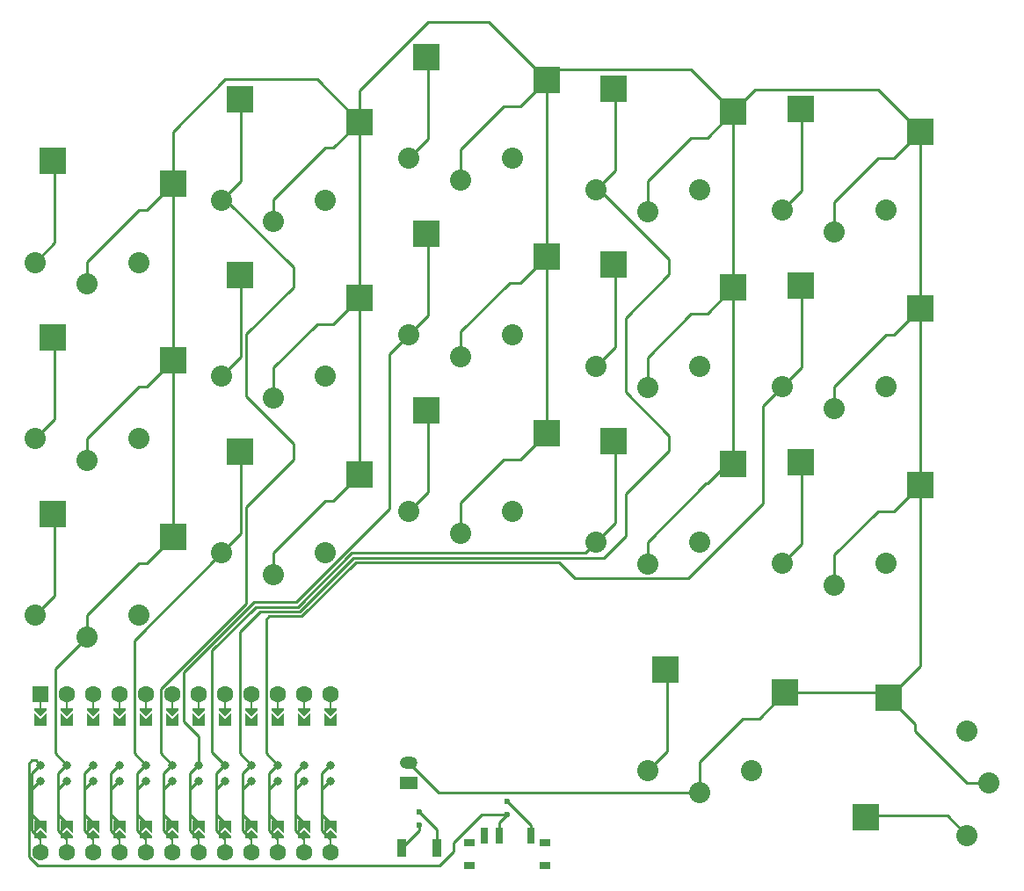
<source format=gbr>
%TF.GenerationSoftware,KiCad,Pcbnew,(6.0.9)*%
%TF.CreationDate,2022-12-19T17:51:50-06:00*%
%TF.ProjectId,gentle34,67656e74-6c65-4333-942e-6b696361645f,v1.0.0*%
%TF.SameCoordinates,Original*%
%TF.FileFunction,Copper,L2,Bot*%
%TF.FilePolarity,Positive*%
%FSLAX46Y46*%
G04 Gerber Fmt 4.6, Leading zero omitted, Abs format (unit mm)*
G04 Created by KiCad (PCBNEW (6.0.9)) date 2022-12-19 17:51:50*
%MOMM*%
%LPD*%
G01*
G04 APERTURE LIST*
G04 Aperture macros list*
%AMFreePoly0*
4,1,5,0.125000,-0.500000,-0.125000,-0.500000,-0.125000,0.500000,0.125000,0.500000,0.125000,-0.500000,0.125000,-0.500000,$1*%
%AMFreePoly1*
4,1,6,0.600000,-0.250000,-0.600000,-0.250000,-0.600000,1.000000,0.000000,0.400000,0.600000,1.000000,0.600000,-0.250000,0.600000,-0.250000,$1*%
%AMFreePoly2*
4,1,6,0.600000,0.200000,0.000000,-0.400000,-0.600000,0.200000,-0.600000,0.400000,0.600000,0.400000,0.600000,0.200000,0.600000,0.200000,$1*%
%AMFreePoly3*
4,1,49,0.004773,0.123721,0.009154,0.124665,0.028961,0.117240,0.062500,0.108253,0.068237,0.102516,0.075053,0.099961,0.087617,0.083136,0.108253,0.062500,0.111178,0.051584,0.117161,0.043572,0.118539,0.024114,0.125000,0.000000,0.121239,-0.014035,0.122131,-0.026629,0.113759,-0.041951,0.108253,-0.062500,0.095644,-0.075109,0.088389,-0.088388,-0.641000,-0.817776,-0.641000,-4.770224,
0.088389,-5.499612,0.109852,-5.528356,0.124665,-5.597154,0.099961,-5.663053,0.043572,-5.705161,-0.026629,-5.710131,-0.088388,-5.676389,-0.854388,-4.910388,-0.867707,-4.892552,-0.871189,-4.889530,-0.871982,-4.886826,-0.875852,-4.881644,-0.882331,-4.851549,-0.891000,-4.822000,-0.891000,-0.766000,-0.887805,-0.743969,-0.888131,-0.739371,-0.886780,-0.736898,-0.885852,-0.730498,-0.869151,-0.704632,
-0.854388,-0.677612,-0.088388,0.088389,-0.064606,0.106147,-0.062500,0.108253,-0.061385,0.108552,-0.059644,0.109852,-0.043806,0.113262,0.000000,0.125000,0.004773,0.123721,0.004773,0.123721,$1*%
G04 Aperture macros list end*
%TA.AperFunction,SMDPad,CuDef*%
%ADD10R,2.600000X2.600000*%
%TD*%
%TA.AperFunction,ComponentPad*%
%ADD11C,2.032000*%
%TD*%
%TA.AperFunction,ComponentPad*%
%ADD12C,1.600000*%
%TD*%
%TA.AperFunction,ComponentPad*%
%ADD13R,1.600000X1.600000*%
%TD*%
%TA.AperFunction,SMDPad,CuDef*%
%ADD14FreePoly0,180.000000*%
%TD*%
%TA.AperFunction,SMDPad,CuDef*%
%ADD15FreePoly1,180.000000*%
%TD*%
%TA.AperFunction,SMDPad,CuDef*%
%ADD16FreePoly2,180.000000*%
%TD*%
%TA.AperFunction,SMDPad,CuDef*%
%ADD17FreePoly0,0.000000*%
%TD*%
%TA.AperFunction,SMDPad,CuDef*%
%ADD18FreePoly2,0.000000*%
%TD*%
%TA.AperFunction,SMDPad,CuDef*%
%ADD19FreePoly1,0.000000*%
%TD*%
%TA.AperFunction,SMDPad,CuDef*%
%ADD20FreePoly3,180.000000*%
%TD*%
%TA.AperFunction,SMDPad,CuDef*%
%ADD21FreePoly3,0.000000*%
%TD*%
%TA.AperFunction,ComponentPad*%
%ADD22C,0.800000*%
%TD*%
%TA.AperFunction,SMDPad,CuDef*%
%ADD23R,0.700000X1.500000*%
%TD*%
%TA.AperFunction,SMDPad,CuDef*%
%ADD24R,1.000000X0.800000*%
%TD*%
%TA.AperFunction,SMDPad,CuDef*%
%ADD25R,0.900000X1.700000*%
%TD*%
%TA.AperFunction,ComponentPad*%
%ADD26C,0.600000*%
%TD*%
%TA.AperFunction,ComponentPad*%
%ADD27R,1.700000X1.200000*%
%TD*%
%TA.AperFunction,ComponentPad*%
%ADD28O,1.700000X1.200000*%
%TD*%
%TA.AperFunction,Conductor*%
%ADD29C,0.250000*%
%TD*%
G04 APERTURE END LIST*
D10*
%TO.P,S1,1*%
%TO.N,P1*%
X14725000Y5950000D03*
%TO.P,S1,2*%
%TO.N,GND*%
X26275000Y3750000D03*
%TD*%
D11*
%TO.P,S2,1*%
%TO.N,P1*%
X13000000Y-3800000D03*
%TO.P,S2,2*%
%TO.N,GND*%
X18000000Y-5900000D03*
%TO.P,S2,1*%
%TO.N,P1*%
X23000000Y-3800000D03*
%TO.P,S2,2*%
%TO.N,GND*%
X18000000Y-5900000D03*
%TD*%
D10*
%TO.P,S3,1*%
%TO.N,P0*%
X14725000Y22950000D03*
%TO.P,S3,2*%
%TO.N,GND*%
X26275000Y20750000D03*
%TD*%
D11*
%TO.P,S4,1*%
%TO.N,P0*%
X13000000Y13200000D03*
%TO.P,S4,2*%
%TO.N,GND*%
X18000000Y11100000D03*
%TO.P,S4,1*%
%TO.N,P0*%
X23000000Y13200000D03*
%TO.P,S4,2*%
%TO.N,GND*%
X18000000Y11100000D03*
%TD*%
D10*
%TO.P,S5,1*%
%TO.N,P2*%
X14725000Y39950000D03*
%TO.P,S5,2*%
%TO.N,GND*%
X26275000Y37750000D03*
%TD*%
D11*
%TO.P,S6,1*%
%TO.N,P2*%
X13000000Y30200000D03*
%TO.P,S6,2*%
%TO.N,GND*%
X18000000Y28100000D03*
%TO.P,S6,1*%
%TO.N,P2*%
X23000000Y30200000D03*
%TO.P,S6,2*%
%TO.N,GND*%
X18000000Y28100000D03*
%TD*%
D10*
%TO.P,S7,1*%
%TO.N,P21*%
X32725000Y11950000D03*
%TO.P,S7,2*%
%TO.N,GND*%
X44275000Y9750000D03*
%TD*%
D11*
%TO.P,S8,1*%
%TO.N,P21*%
X31000000Y2200000D03*
%TO.P,S8,2*%
%TO.N,GND*%
X36000000Y100000D03*
%TO.P,S8,1*%
%TO.N,P21*%
X41000000Y2200000D03*
%TO.P,S8,2*%
%TO.N,GND*%
X36000000Y100000D03*
%TD*%
D10*
%TO.P,S9,1*%
%TO.N,P3*%
X32725000Y28950000D03*
%TO.P,S9,2*%
%TO.N,GND*%
X44275000Y26750000D03*
%TD*%
D11*
%TO.P,S10,1*%
%TO.N,P3*%
X31000000Y19200000D03*
%TO.P,S10,2*%
%TO.N,GND*%
X36000000Y17100000D03*
%TO.P,S10,1*%
%TO.N,P3*%
X41000000Y19200000D03*
%TO.P,S10,2*%
%TO.N,GND*%
X36000000Y17100000D03*
%TD*%
D10*
%TO.P,S11,1*%
%TO.N,P20*%
X32725000Y45950000D03*
%TO.P,S11,2*%
%TO.N,GND*%
X44275000Y43750000D03*
%TD*%
D11*
%TO.P,S12,1*%
%TO.N,P20*%
X31000000Y36200000D03*
%TO.P,S12,2*%
%TO.N,GND*%
X36000000Y34100000D03*
%TO.P,S12,1*%
%TO.N,P20*%
X41000000Y36200000D03*
%TO.P,S12,2*%
%TO.N,GND*%
X36000000Y34100000D03*
%TD*%
D10*
%TO.P,S13,1*%
%TO.N,P4*%
X50725000Y15950000D03*
%TO.P,S13,2*%
%TO.N,GND*%
X62275000Y13750000D03*
%TD*%
D11*
%TO.P,S14,1*%
%TO.N,P4*%
X49000000Y6200000D03*
%TO.P,S14,2*%
%TO.N,GND*%
X54000000Y4100000D03*
%TO.P,S14,1*%
%TO.N,P4*%
X59000000Y6200000D03*
%TO.P,S14,2*%
%TO.N,GND*%
X54000000Y4100000D03*
%TD*%
D10*
%TO.P,S15,1*%
%TO.N,P19*%
X50725000Y32950000D03*
%TO.P,S15,2*%
%TO.N,GND*%
X62275000Y30750000D03*
%TD*%
D11*
%TO.P,S16,1*%
%TO.N,P19*%
X49000000Y23200000D03*
%TO.P,S16,2*%
%TO.N,GND*%
X54000000Y21100000D03*
%TO.P,S16,1*%
%TO.N,P19*%
X59000000Y23200000D03*
%TO.P,S16,2*%
%TO.N,GND*%
X54000000Y21100000D03*
%TD*%
D10*
%TO.P,S17,1*%
%TO.N,P5*%
X50725000Y49950000D03*
%TO.P,S17,2*%
%TO.N,GND*%
X62275000Y47750000D03*
%TD*%
D11*
%TO.P,S18,1*%
%TO.N,P5*%
X49000000Y40200000D03*
%TO.P,S18,2*%
%TO.N,GND*%
X54000000Y38100000D03*
%TO.P,S18,1*%
%TO.N,P5*%
X59000000Y40200000D03*
%TO.P,S18,2*%
%TO.N,GND*%
X54000000Y38100000D03*
%TD*%
D10*
%TO.P,S19,1*%
%TO.N,P18*%
X68725000Y12950000D03*
%TO.P,S19,2*%
%TO.N,GND*%
X80275000Y10750000D03*
%TD*%
D11*
%TO.P,S20,1*%
%TO.N,P18*%
X67000000Y3200000D03*
%TO.P,S20,2*%
%TO.N,GND*%
X72000000Y1100000D03*
%TO.P,S20,1*%
%TO.N,P18*%
X77000000Y3200000D03*
%TO.P,S20,2*%
%TO.N,GND*%
X72000000Y1100000D03*
%TD*%
D10*
%TO.P,S21,1*%
%TO.N,P6*%
X68725000Y29950000D03*
%TO.P,S21,2*%
%TO.N,GND*%
X80275000Y27750000D03*
%TD*%
D11*
%TO.P,S22,1*%
%TO.N,P6*%
X67000000Y20200000D03*
%TO.P,S22,2*%
%TO.N,GND*%
X72000000Y18100000D03*
%TO.P,S22,1*%
%TO.N,P6*%
X77000000Y20200000D03*
%TO.P,S22,2*%
%TO.N,GND*%
X72000000Y18100000D03*
%TD*%
D10*
%TO.P,S23,1*%
%TO.N,P15*%
X68725000Y46950000D03*
%TO.P,S23,2*%
%TO.N,GND*%
X80275000Y44750000D03*
%TD*%
D11*
%TO.P,S24,1*%
%TO.N,P15*%
X67000000Y37200000D03*
%TO.P,S24,2*%
%TO.N,GND*%
X72000000Y35100000D03*
%TO.P,S24,1*%
%TO.N,P15*%
X77000000Y37200000D03*
%TO.P,S24,2*%
%TO.N,GND*%
X72000000Y35100000D03*
%TD*%
D10*
%TO.P,S25,1*%
%TO.N,P7*%
X86725000Y10950000D03*
%TO.P,S25,2*%
%TO.N,GND*%
X98275000Y8750000D03*
%TD*%
D11*
%TO.P,S26,1*%
%TO.N,P7*%
X85000000Y1200000D03*
%TO.P,S26,2*%
%TO.N,GND*%
X90000000Y-900000D03*
%TO.P,S26,1*%
%TO.N,P7*%
X95000000Y1200000D03*
%TO.P,S26,2*%
%TO.N,GND*%
X90000000Y-900000D03*
%TD*%
D10*
%TO.P,S27,1*%
%TO.N,P14*%
X86725000Y27950000D03*
%TO.P,S27,2*%
%TO.N,GND*%
X98275000Y25750000D03*
%TD*%
D11*
%TO.P,S28,1*%
%TO.N,P14*%
X85000000Y18200000D03*
%TO.P,S28,2*%
%TO.N,GND*%
X90000000Y16100000D03*
%TO.P,S28,1*%
%TO.N,P14*%
X95000000Y18200000D03*
%TO.P,S28,2*%
%TO.N,GND*%
X90000000Y16100000D03*
%TD*%
D10*
%TO.P,S29,1*%
%TO.N,P8*%
X86725000Y44950000D03*
%TO.P,S29,2*%
%TO.N,GND*%
X98275000Y42750000D03*
%TD*%
D11*
%TO.P,S30,1*%
%TO.N,P8*%
X85000000Y35200000D03*
%TO.P,S30,2*%
%TO.N,GND*%
X90000000Y33100000D03*
%TO.P,S30,1*%
%TO.N,P8*%
X95000000Y35200000D03*
%TO.P,S30,2*%
%TO.N,GND*%
X90000000Y33100000D03*
%TD*%
D10*
%TO.P,S31,1*%
%TO.N,P10*%
X73725000Y-9050000D03*
%TO.P,S31,2*%
%TO.N,GND*%
X85275000Y-11250000D03*
%TD*%
D11*
%TO.P,S32,1*%
%TO.N,P10*%
X72000000Y-18800000D03*
%TO.P,S32,2*%
%TO.N,GND*%
X77000000Y-20900000D03*
%TO.P,S32,1*%
%TO.N,P10*%
X82000000Y-18800000D03*
%TO.P,S32,2*%
%TO.N,GND*%
X77000000Y-20900000D03*
%TD*%
D10*
%TO.P,S33,1*%
%TO.N,P9*%
X93050000Y-23275000D03*
%TO.P,S33,2*%
%TO.N,GND*%
X95250000Y-11725000D03*
%TD*%
D11*
%TO.P,S34,1*%
%TO.N,P9*%
X102800000Y-25000000D03*
%TO.P,S34,2*%
%TO.N,GND*%
X104900000Y-20000000D03*
%TO.P,S34,1*%
%TO.N,P9*%
X102800000Y-15000000D03*
%TO.P,S34,2*%
%TO.N,GND*%
X104900000Y-20000000D03*
%TD*%
D12*
%TO.P,MCU1,*%
%TO.N,*%
X13530000Y-26620000D03*
X16070000Y-26620000D03*
X18610000Y-26620000D03*
X21150000Y-26620000D03*
X23690000Y-26620000D03*
X26230000Y-26620000D03*
X28770000Y-26620000D03*
X31310000Y-26620000D03*
X33850000Y-26620000D03*
X36390000Y-26620000D03*
X38930000Y-26620000D03*
X41470000Y-26620000D03*
X41470000Y-11380000D03*
X38930000Y-11380000D03*
X36390000Y-11380000D03*
X33850000Y-11380000D03*
X31310000Y-11380000D03*
X28770000Y-11380000D03*
X26230000Y-11380000D03*
X23690000Y-11380000D03*
X21150000Y-11380000D03*
X18610000Y-11380000D03*
X16070000Y-11380000D03*
X13530000Y-11380000D03*
D13*
X13530000Y-11380000D03*
D14*
X13530000Y-25350000D03*
D15*
%TO.P,MCU1,1*%
%TO.N,RAW*%
X13530000Y-23826000D03*
D16*
%TO.P,MCU1,*%
%TO.N,*%
X13530000Y-24842000D03*
D14*
X16070000Y-25350000D03*
D16*
X16070000Y-24842000D03*
D15*
%TO.P,MCU1,2*%
%TO.N,N/C*%
X16070000Y-23826000D03*
D14*
%TO.P,MCU1,*%
%TO.N,*%
X18610000Y-25350000D03*
D16*
X18610000Y-24842000D03*
D15*
%TO.P,MCU1,3*%
%TO.N,RST*%
X18610000Y-23826000D03*
D14*
%TO.P,MCU1,*%
%TO.N,*%
X21150000Y-25350000D03*
D16*
X21150000Y-24842000D03*
D15*
%TO.P,MCU1,4*%
%TO.N,VCC*%
X21150000Y-23826000D03*
D14*
%TO.P,MCU1,*%
%TO.N,*%
X23690000Y-25350000D03*
D16*
X23690000Y-24842000D03*
D15*
%TO.P,MCU1,5*%
%TO.N,P21*%
X23690000Y-23826000D03*
D14*
%TO.P,MCU1,*%
%TO.N,*%
X26230000Y-25350000D03*
D16*
X26230000Y-24842000D03*
D15*
%TO.P,MCU1,6*%
%TO.N,P20*%
X26230000Y-23826000D03*
D14*
%TO.P,MCU1,*%
%TO.N,*%
X28770000Y-25350000D03*
D16*
X28770000Y-24842000D03*
D15*
%TO.P,MCU1,7*%
%TO.N,P19*%
X28770000Y-23826000D03*
D14*
%TO.P,MCU1,*%
%TO.N,*%
X31310000Y-25350000D03*
D16*
X31310000Y-24842000D03*
D15*
%TO.P,MCU1,8*%
%TO.N,P18*%
X31310000Y-23826000D03*
D14*
%TO.P,MCU1,*%
%TO.N,*%
X33850000Y-25350000D03*
D16*
X33850000Y-24842000D03*
D15*
%TO.P,MCU1,9*%
%TO.N,P15*%
X33850000Y-23826000D03*
D14*
%TO.P,MCU1,*%
%TO.N,*%
X36390000Y-25350000D03*
D16*
X36390000Y-24842000D03*
D15*
%TO.P,MCU1,10*%
%TO.N,P14*%
X36390000Y-23826000D03*
D14*
%TO.P,MCU1,*%
%TO.N,*%
X38930000Y-25350000D03*
D16*
X38930000Y-24842000D03*
D15*
%TO.P,MCU1,11*%
%TO.N,P16*%
X38930000Y-23826000D03*
D14*
%TO.P,MCU1,*%
%TO.N,*%
X41470000Y-25350000D03*
D16*
X41470000Y-24842000D03*
D15*
%TO.P,MCU1,12*%
%TO.N,P10*%
X41470000Y-23826000D03*
D17*
%TO.P,MCU1,*%
%TO.N,*%
X13530000Y-12650000D03*
D18*
X13530000Y-13158000D03*
D19*
%TO.P,MCU1,24*%
%TO.N,P1*%
X13530000Y-14174000D03*
%TO.P,MCU1,23*%
%TO.N,P0*%
X16070000Y-14174000D03*
D17*
%TO.P,MCU1,*%
%TO.N,*%
X16070000Y-12650000D03*
D18*
X16070000Y-13158000D03*
D19*
%TO.P,MCU1,22*%
%TO.N,GND*%
X18610000Y-14174000D03*
D17*
%TO.P,MCU1,*%
%TO.N,*%
X18610000Y-12650000D03*
D18*
X18610000Y-13158000D03*
D19*
%TO.P,MCU1,21*%
%TO.N,GND*%
X21150000Y-14174000D03*
D17*
%TO.P,MCU1,*%
%TO.N,*%
X21150000Y-12650000D03*
D18*
X21150000Y-13158000D03*
D19*
%TO.P,MCU1,20*%
%TO.N,P2*%
X23690000Y-14174000D03*
D17*
%TO.P,MCU1,*%
%TO.N,*%
X23690000Y-12650000D03*
D18*
X23690000Y-13158000D03*
D19*
%TO.P,MCU1,19*%
%TO.N,P3*%
X26230000Y-14174000D03*
D17*
%TO.P,MCU1,*%
%TO.N,*%
X26230000Y-12650000D03*
D18*
X26230000Y-13158000D03*
D19*
%TO.P,MCU1,18*%
%TO.N,P4*%
X28770000Y-14174000D03*
D17*
%TO.P,MCU1,*%
%TO.N,*%
X28770000Y-12650000D03*
D18*
X28770000Y-13158000D03*
D19*
%TO.P,MCU1,17*%
%TO.N,P5*%
X31310000Y-14174000D03*
D17*
%TO.P,MCU1,*%
%TO.N,*%
X31310000Y-12650000D03*
D18*
X31310000Y-13158000D03*
D19*
%TO.P,MCU1,16*%
%TO.N,P6*%
X33850000Y-14174000D03*
D17*
%TO.P,MCU1,*%
%TO.N,*%
X33850000Y-12650000D03*
D18*
X33850000Y-13158000D03*
D19*
%TO.P,MCU1,15*%
%TO.N,P7*%
X36390000Y-14174000D03*
D17*
%TO.P,MCU1,*%
%TO.N,*%
X36390000Y-12650000D03*
D18*
X36390000Y-13158000D03*
D19*
%TO.P,MCU1,14*%
%TO.N,P8*%
X38930000Y-14174000D03*
D17*
%TO.P,MCU1,*%
%TO.N,*%
X38930000Y-12650000D03*
D18*
X38930000Y-13158000D03*
D19*
%TO.P,MCU1,13*%
%TO.N,P9*%
X41470000Y-14174000D03*
D17*
%TO.P,MCU1,*%
%TO.N,*%
X41470000Y-12650000D03*
D18*
X41470000Y-13158000D03*
D20*
%TO.P,MCU1,23*%
%TO.N,P0*%
X16070000Y-19762000D03*
D21*
%TO.P,MCU1,2*%
%TO.N,GND*%
X16070000Y-18238000D03*
D22*
X16070000Y-18238000D03*
%TO.P,MCU1,23*%
%TO.N,P0*%
X16070000Y-19762000D03*
%TO.P,MCU1,24*%
%TO.N,P1*%
X13530000Y-19762000D03*
%TO.P,MCU1,1*%
%TO.N,RAW*%
X13530000Y-18238000D03*
D20*
%TO.P,MCU1,24*%
%TO.N,P1*%
X13530000Y-19762000D03*
D21*
%TO.P,MCU1,1*%
%TO.N,RAW*%
X13530000Y-18238000D03*
D22*
%TO.P,MCU1,22*%
%TO.N,GND*%
X18610000Y-19762000D03*
%TO.P,MCU1,3*%
%TO.N,RST*%
X18610000Y-18238000D03*
D20*
%TO.P,MCU1,22*%
%TO.N,GND*%
X18610000Y-19762000D03*
D21*
%TO.P,MCU1,3*%
%TO.N,RST*%
X18610000Y-18238000D03*
D22*
%TO.P,MCU1,21*%
%TO.N,GND*%
X21150000Y-19762000D03*
%TO.P,MCU1,4*%
%TO.N,VCC*%
X21150000Y-18238000D03*
D20*
%TO.P,MCU1,21*%
%TO.N,GND*%
X21150000Y-19762000D03*
D21*
%TO.P,MCU1,4*%
%TO.N,VCC*%
X21150000Y-18238000D03*
D22*
%TO.P,MCU1,20*%
%TO.N,P2*%
X23690000Y-19762000D03*
%TO.P,MCU1,5*%
%TO.N,P21*%
X23690000Y-18238000D03*
D20*
%TO.P,MCU1,20*%
%TO.N,P2*%
X23690000Y-19762000D03*
D21*
%TO.P,MCU1,5*%
%TO.N,P21*%
X23690000Y-18238000D03*
D22*
%TO.P,MCU1,19*%
%TO.N,P3*%
X26230000Y-19762000D03*
%TO.P,MCU1,6*%
%TO.N,P20*%
X26230000Y-18238000D03*
D20*
%TO.P,MCU1,19*%
%TO.N,P3*%
X26230000Y-19762000D03*
D21*
%TO.P,MCU1,6*%
%TO.N,P20*%
X26230000Y-18238000D03*
D22*
%TO.P,MCU1,18*%
%TO.N,P4*%
X28770000Y-19762000D03*
%TO.P,MCU1,7*%
%TO.N,P19*%
X28770000Y-18238000D03*
D20*
%TO.P,MCU1,18*%
%TO.N,P4*%
X28770000Y-19762000D03*
D21*
%TO.P,MCU1,7*%
%TO.N,P19*%
X28770000Y-18238000D03*
D22*
%TO.P,MCU1,17*%
%TO.N,P5*%
X31310000Y-19762000D03*
%TO.P,MCU1,8*%
%TO.N,P18*%
X31310000Y-18238000D03*
D20*
%TO.P,MCU1,17*%
%TO.N,P5*%
X31310000Y-19762000D03*
D21*
%TO.P,MCU1,8*%
%TO.N,P18*%
X31310000Y-18238000D03*
D22*
%TO.P,MCU1,16*%
%TO.N,P6*%
X33850000Y-19762000D03*
%TO.P,MCU1,9*%
%TO.N,P15*%
X33850000Y-18238000D03*
D20*
%TO.P,MCU1,16*%
%TO.N,P6*%
X33850000Y-19762000D03*
D21*
%TO.P,MCU1,9*%
%TO.N,P15*%
X33850000Y-18238000D03*
D22*
%TO.P,MCU1,15*%
%TO.N,P7*%
X36390000Y-19762000D03*
%TO.P,MCU1,10*%
%TO.N,P14*%
X36390000Y-18238000D03*
D20*
%TO.P,MCU1,15*%
%TO.N,P7*%
X36390000Y-19762000D03*
D21*
%TO.P,MCU1,10*%
%TO.N,P14*%
X36390000Y-18238000D03*
D22*
%TO.P,MCU1,14*%
%TO.N,P8*%
X38930000Y-19762000D03*
%TO.P,MCU1,11*%
%TO.N,P16*%
X38930000Y-18238000D03*
D20*
%TO.P,MCU1,14*%
%TO.N,P8*%
X38930000Y-19762000D03*
D21*
%TO.P,MCU1,11*%
%TO.N,P16*%
X38930000Y-18238000D03*
D22*
%TO.P,MCU1,13*%
%TO.N,P9*%
X41470000Y-19762000D03*
%TO.P,MCU1,12*%
%TO.N,P10*%
X41470000Y-18238000D03*
D20*
%TO.P,MCU1,13*%
%TO.N,P9*%
X41470000Y-19762000D03*
D21*
%TO.P,MCU1,12*%
%TO.N,P10*%
X41470000Y-18238000D03*
%TD*%
D23*
%TO.P,,1*%
%TO.N,pos*%
X60750000Y-25070000D03*
%TO.P,,2*%
%TO.N,RAW*%
X57750000Y-25070000D03*
%TO.P,,3*%
%TO.N,N/C*%
X56250000Y-25070000D03*
D24*
%TO.P,,*%
%TO.N,*%
X62150000Y-27930000D03*
X54850000Y-27930000D03*
X54850000Y-25720000D03*
X62150000Y-25720000D03*
%TD*%
D25*
%TO.P,,1*%
%TO.N,RST*%
X48300000Y-26250000D03*
%TO.P,,2*%
%TO.N,GND*%
X51700000Y-26250000D03*
%TD*%
D26*
%TO.P,REF\u002A\u002A,1*%
%TO.N,RAW*%
X58500000Y-23000000D03*
%TD*%
%TO.P,REF\u002A\u002A,1*%
%TO.N,pos*%
X58500000Y-21750000D03*
%TD*%
%TO.P,REF\u002A\u002A,1*%
%TO.N,GND*%
X50000000Y-22750000D03*
%TD*%
%TO.P,REF\u002A\u002A,1*%
%TO.N,RST*%
X50000000Y-24000000D03*
%TD*%
D27*
%TO.P,JST1,1*%
%TO.N,pos*%
X49000000Y-20000000D03*
D28*
%TO.P,JST1,2*%
%TO.N,GND*%
X49000000Y-18000000D03*
%TD*%
D29*
%TO.N,RAW*%
X13072000Y-17780000D02*
X13530000Y-18238000D01*
X12700000Y-17780000D02*
X13072000Y-17780000D01*
X12405000Y-18075000D02*
X12700000Y-17780000D01*
X12405000Y-27085991D02*
X12405000Y-18075000D01*
X13259009Y-27940000D02*
X12405000Y-27085991D01*
X51960000Y-27940000D02*
X13259009Y-27940000D01*
X53340000Y-26560000D02*
X51960000Y-27940000D01*
X53340000Y-25680000D02*
X53340000Y-26560000D01*
X56020000Y-23000000D02*
X53340000Y-25680000D01*
X58500000Y-23000000D02*
X56020000Y-23000000D01*
%TO.N,GND*%
X51900000Y-20900000D02*
X77000000Y-20900000D01*
X49000000Y-18000000D02*
X51900000Y-20900000D01*
%TO.N,pos*%
X60750000Y-24000000D02*
X58500000Y-21750000D01*
X60750000Y-25070000D02*
X60750000Y-24000000D01*
%TO.N,RAW*%
X57750000Y-23750000D02*
X58500000Y-23000000D01*
X57750000Y-25070000D02*
X57750000Y-23750000D01*
%TO.N,GND*%
X51700000Y-24450000D02*
X50000000Y-22750000D01*
X51700000Y-26250000D02*
X51700000Y-24450000D01*
%TO.N,RST*%
X50000000Y-24550000D02*
X50000000Y-24000000D01*
X48300000Y-26250000D02*
X50000000Y-24550000D01*
%TO.N,GND*%
X14945000Y-8955000D02*
X14945000Y-17113000D01*
X18000000Y-5900000D02*
X14945000Y-8955000D01*
X14945000Y-17113000D02*
X16070000Y-18238000D01*
X98275000Y-8700000D02*
X98275000Y8750000D01*
X95250000Y-11725000D02*
X98275000Y-8700000D01*
X94775000Y-11250000D02*
X95250000Y-11725000D01*
X85275000Y-11250000D02*
X94775000Y-11250000D01*
X98275000Y25750000D02*
X98275000Y42750000D01*
X98275000Y8750000D02*
X98275000Y25750000D01*
X80275000Y27750000D02*
X80275000Y44750000D01*
X80275000Y10750000D02*
X80275000Y27750000D01*
X62275000Y30750000D02*
X62275000Y47750000D01*
X62275000Y13750000D02*
X62275000Y30750000D01*
X44275000Y26750000D02*
X44275000Y43750000D01*
X44275000Y9750000D02*
X44275000Y26750000D01*
X26275000Y20750000D02*
X26275000Y37750000D01*
X26275000Y3750000D02*
X26275000Y20750000D01*
X94199999Y46825001D02*
X98275000Y42750000D01*
X82350001Y46825001D02*
X94199999Y46825001D01*
X80275000Y44750000D02*
X82350001Y46825001D01*
X63350001Y48825001D02*
X62275000Y47750000D01*
X76199999Y48825001D02*
X63350001Y48825001D01*
X80275000Y44750000D02*
X76199999Y48825001D01*
X50865000Y53340000D02*
X56685000Y53340000D01*
X56685000Y53340000D02*
X62275000Y47750000D01*
X44275000Y46750000D02*
X50865000Y53340000D01*
X44275000Y43750000D02*
X44275000Y46750000D01*
X40199999Y47825001D02*
X44275000Y43750000D01*
X26275000Y42750000D02*
X31350001Y47825001D01*
X31350001Y47825001D02*
X40199999Y47825001D01*
X26275000Y37750000D02*
X26275000Y42750000D01*
%TO.N,P14*%
X35265000Y-17113000D02*
X36390000Y-18238000D01*
X35265000Y-4185000D02*
X35265000Y-17113000D01*
X35560000Y-3890000D02*
X35265000Y-4185000D01*
X38715649Y-3890000D02*
X35560000Y-3890000D01*
X43899220Y1293571D02*
X38715649Y-3890000D01*
X63500000Y1293571D02*
X43899220Y1293571D01*
X65034571Y-241000D02*
X63500000Y1293571D01*
X75959000Y-241000D02*
X65034571Y-241000D01*
X83124999Y6924999D02*
X75959000Y-241000D01*
X83124999Y16324999D02*
X83124999Y6924999D01*
X85000000Y18200000D02*
X83124999Y16324999D01*
%TO.N,P15*%
X32725000Y-17113000D02*
X33850000Y-18238000D01*
X32725000Y-5375000D02*
X32725000Y-17113000D01*
X34660000Y-3440000D02*
X32725000Y-5375000D01*
X38529253Y-3440000D02*
X34660000Y-3440000D01*
X43712824Y1743571D02*
X38529253Y-3440000D01*
X67783571Y1743571D02*
X43712824Y1743571D01*
X69910499Y3870499D02*
X67783571Y1743571D01*
X69910499Y7865500D02*
X69910499Y3870499D01*
X74089501Y12044502D02*
X69910499Y7865500D01*
X74089501Y13512151D02*
X74089501Y12044502D01*
X69910499Y17691153D02*
X74089501Y13512151D01*
X69910499Y24865500D02*
X69910499Y17691153D01*
X74089501Y29044502D02*
X69910499Y24865500D01*
X74089501Y30512151D02*
X74089501Y29044502D01*
X67401652Y37200000D02*
X74089501Y30512151D01*
X67000000Y37200000D02*
X67401652Y37200000D01*
%TO.N,P18*%
X38342857Y-2990000D02*
X34301801Y-2990000D01*
X34301801Y-2990000D02*
X30075900Y-7215901D01*
X43526428Y2193571D02*
X38342857Y-2990000D01*
X30075900Y-7215901D02*
X30075900Y-17003900D01*
X65993571Y2193571D02*
X43526428Y2193571D01*
X67000000Y3200000D02*
X65993571Y2193571D01*
X30075900Y-17003900D02*
X31310000Y-18238000D01*
%TO.N,P19*%
X28770000Y-15477604D02*
X28770000Y-18238000D01*
X27355000Y-14062604D02*
X28770000Y-15477604D01*
X27355000Y-9300405D02*
X27355000Y-14062604D01*
X34115405Y-2540000D02*
X27355000Y-9300405D01*
X38156461Y-2540000D02*
X34115405Y-2540000D01*
X47124999Y6428538D02*
X38156461Y-2540000D01*
X47124999Y21324999D02*
X47124999Y6428538D01*
X49000000Y23200000D02*
X47124999Y21324999D01*
%TO.N,P20*%
X25105000Y-17113000D02*
X26230000Y-18238000D01*
X25105000Y-10914009D02*
X25105000Y-17113000D01*
X33325001Y6623349D02*
X33325001Y-2694008D01*
X37875001Y11173349D02*
X33325001Y6623349D01*
X37875001Y12726651D02*
X37875001Y11173349D01*
X33325001Y17276651D02*
X37875001Y12726651D01*
X33325001Y-2694008D02*
X25105000Y-10914009D01*
X33325001Y23280002D02*
X33325001Y17276651D01*
X37875001Y27830002D02*
X33325001Y23280002D01*
X37875001Y29726651D02*
X37875001Y27830002D01*
X31401652Y36200000D02*
X37875001Y29726651D01*
X31000000Y36200000D02*
X31401652Y36200000D01*
%TO.N,P21*%
X22565000Y-17113000D02*
X23690000Y-18238000D01*
X22565000Y-6235000D02*
X22565000Y-17113000D01*
X31000000Y2200000D02*
X22565000Y-6235000D01*
%TO.N,GND*%
X18000000Y30233686D02*
X18000000Y28100000D01*
X23750901Y35225901D02*
X22992215Y35225901D01*
X22992215Y35225901D02*
X18000000Y30233686D01*
X26275000Y37750000D02*
X23750901Y35225901D01*
%TO.N,P2*%
X14875001Y32075001D02*
X13000000Y30200000D01*
X14875001Y39799999D02*
X14875001Y32075001D01*
X14725000Y39950000D02*
X14875001Y39799999D01*
%TO.N,GND*%
X18000000Y13233686D02*
X18000000Y11100000D01*
X23750901Y18225901D02*
X22992215Y18225901D01*
X22992215Y18225901D02*
X18000000Y13233686D01*
X26275000Y20750000D02*
X23750901Y18225901D01*
%TO.N,P0*%
X14875001Y15075001D02*
X13000000Y13200000D01*
X14875001Y22799999D02*
X14875001Y15075001D01*
X14725000Y22950000D02*
X14875001Y22799999D01*
%TO.N,GND*%
X36000000Y2233686D02*
X36000000Y100000D01*
X41750901Y7225901D02*
X40992215Y7225901D01*
X44275000Y9750000D02*
X41750901Y7225901D01*
X40992215Y7225901D02*
X36000000Y2233686D01*
%TO.N,P21*%
X32875001Y4075001D02*
X31000000Y2200000D01*
X32725000Y11950000D02*
X32875001Y11799999D01*
X32875001Y11799999D02*
X32875001Y4075001D01*
%TO.N,GND*%
X36000000Y20044999D02*
X36000000Y17100000D01*
X40180902Y24225901D02*
X36000000Y20044999D01*
X41750901Y24225901D02*
X40180902Y24225901D01*
X44275000Y26750000D02*
X41750901Y24225901D01*
%TO.N,P3*%
X32875001Y21075001D02*
X31000000Y19200000D01*
X32875001Y28799999D02*
X32875001Y21075001D01*
X32725000Y28950000D02*
X32875001Y28799999D01*
%TO.N,GND*%
X36000000Y36233686D02*
X36000000Y34100000D01*
X40992215Y41225901D02*
X36000000Y36233686D01*
X44275000Y43750000D02*
X41750901Y41225901D01*
X41750901Y41225901D02*
X40992215Y41225901D01*
%TO.N,P20*%
X32875001Y38075001D02*
X31000000Y36200000D01*
X32875001Y45799999D02*
X32875001Y38075001D01*
X32725000Y45950000D02*
X32875001Y45799999D01*
%TO.N,GND*%
X54000000Y41044999D02*
X54000000Y38100000D01*
X58180902Y45225901D02*
X54000000Y41044999D01*
X59750901Y45225901D02*
X58180902Y45225901D01*
X62275000Y47750000D02*
X59750901Y45225901D01*
%TO.N,P5*%
X50875001Y42075001D02*
X49000000Y40200000D01*
X50725000Y49950000D02*
X50875001Y49799999D01*
X50875001Y49799999D02*
X50875001Y42075001D01*
%TO.N,GND*%
X58705901Y28225901D02*
X54000000Y23520000D01*
X59750901Y28225901D02*
X58705901Y28225901D01*
X62275000Y30750000D02*
X59750901Y28225901D01*
X54000000Y23520000D02*
X54000000Y21100000D01*
%TO.N,P19*%
X50875001Y32799999D02*
X50875001Y25075001D01*
X50875001Y25075001D02*
X49000000Y23200000D01*
X50725000Y32950000D02*
X50875001Y32799999D01*
%TO.N,GND*%
X58180902Y11225901D02*
X54000000Y7044999D01*
X59750901Y11225901D02*
X58180902Y11225901D01*
X62275000Y13750000D02*
X59750901Y11225901D01*
X54000000Y7044999D02*
X54000000Y4100000D01*
%TO.N,P4*%
X50875001Y8075001D02*
X49000000Y6200000D01*
X50875001Y15799999D02*
X50875001Y8075001D01*
X50725000Y15950000D02*
X50875001Y15799999D01*
%TO.N,GND*%
X77641313Y8874999D02*
X72000000Y3233686D01*
X77776651Y8874999D02*
X77641313Y8874999D01*
X79651652Y10750000D02*
X77776651Y8874999D01*
X80275000Y10750000D02*
X79651652Y10750000D01*
X72000000Y3233686D02*
X72000000Y1100000D01*
%TO.N,P18*%
X68875001Y12799999D02*
X68875001Y5075001D01*
X68875001Y5075001D02*
X67000000Y3200000D01*
X68725000Y12950000D02*
X68875001Y12799999D01*
%TO.N,GND*%
X72000000Y21044999D02*
X72000000Y18100000D01*
X76180902Y25225901D02*
X72000000Y21044999D01*
X77750901Y25225901D02*
X76180902Y25225901D01*
X80275000Y27750000D02*
X77750901Y25225901D01*
%TO.N,P6*%
X68875001Y22075001D02*
X67000000Y20200000D01*
X68875001Y29799999D02*
X68875001Y22075001D01*
X68725000Y29950000D02*
X68875001Y29799999D01*
%TO.N,GND*%
X76180902Y42225901D02*
X72000000Y38044999D01*
X77750901Y42225901D02*
X76180902Y42225901D01*
X80275000Y44750000D02*
X77750901Y42225901D01*
X72000000Y38044999D02*
X72000000Y35100000D01*
%TO.N,P15*%
X68875001Y39075001D02*
X67000000Y37200000D01*
X68725000Y46950000D02*
X68875001Y46799999D01*
X68875001Y46799999D02*
X68875001Y39075001D01*
%TO.N,GND*%
X90000000Y36044999D02*
X90000000Y33100000D01*
X94180902Y40225901D02*
X90000000Y36044999D01*
X95750901Y40225901D02*
X94180902Y40225901D01*
X98275000Y42750000D02*
X95750901Y40225901D01*
%TO.N,P8*%
X86875001Y37075001D02*
X85000000Y35200000D01*
X86875001Y44799999D02*
X86875001Y37075001D01*
X86725000Y44950000D02*
X86875001Y44799999D01*
%TO.N,GND*%
X90000000Y18233686D02*
X90000000Y16100000D01*
X94992215Y23225901D02*
X90000000Y18233686D01*
X95750901Y23225901D02*
X94992215Y23225901D01*
X98275000Y25750000D02*
X95750901Y23225901D01*
%TO.N,P14*%
X86875001Y20075001D02*
X85000000Y18200000D01*
X86875001Y27799999D02*
X86875001Y20075001D01*
X86725000Y27950000D02*
X86875001Y27799999D01*
%TO.N,GND*%
X90000000Y2044999D02*
X90000000Y-900000D01*
X95750901Y6225901D02*
X94180902Y6225901D01*
X98275000Y8750000D02*
X95750901Y6225901D01*
X94180902Y6225901D02*
X90000000Y2044999D01*
%TO.N,P7*%
X86875001Y3075001D02*
X85000000Y1200000D01*
X86875001Y10799999D02*
X86875001Y3075001D01*
X86725000Y10950000D02*
X86875001Y10799999D01*
%TO.N,GND*%
X102766314Y-20000000D02*
X104900000Y-20000000D01*
X97774099Y-14249099D02*
X97774099Y-15007785D01*
X95250000Y-11725000D02*
X97774099Y-14249099D01*
X97774099Y-15007785D02*
X102766314Y-20000000D01*
%TO.N,P9*%
X100924999Y-23124999D02*
X102800000Y-25000000D01*
X93200001Y-23124999D02*
X100924999Y-23124999D01*
X93050000Y-23275000D02*
X93200001Y-23124999D01*
%TO.N,GND*%
X77000000Y-17955001D02*
X77000000Y-20900000D01*
X81180902Y-13774099D02*
X77000000Y-17955001D01*
X82750901Y-13774099D02*
X81180902Y-13774099D01*
X85275000Y-11250000D02*
X82750901Y-13774099D01*
%TO.N,P10*%
X73875001Y-16924999D02*
X72000000Y-18800000D01*
X73875001Y-9200001D02*
X73875001Y-16924999D01*
X73725000Y-9050000D02*
X73875001Y-9200001D01*
%TO.N,GND*%
X18000000Y-3766314D02*
X18000000Y-5900000D01*
X22992215Y1225901D02*
X18000000Y-3766314D01*
X23750901Y1225901D02*
X22992215Y1225901D01*
X26275000Y3750000D02*
X23750901Y1225901D01*
%TO.N,P1*%
X14875001Y-1924999D02*
X13000000Y-3800000D01*
X14725000Y5950000D02*
X14875001Y5799999D01*
X14875001Y5799999D02*
X14875001Y-1924999D01*
%TD*%
M02*

</source>
